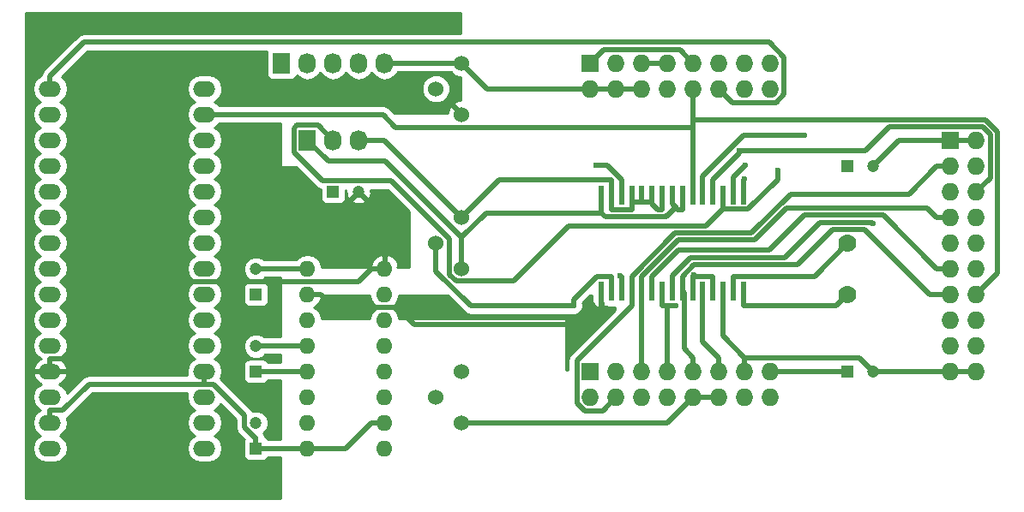
<source format=gtl>
G04 #@! TF.FileFunction,Copper,L1,Top,Signal*
%FSLAX46Y46*%
G04 Gerber Fmt 4.6, Leading zero omitted, Abs format (unit mm)*
G04 Created by KiCad (PCBNEW 4.0.5) date 12/27/16 23:39:24*
%MOMM*%
%LPD*%
G01*
G04 APERTURE LIST*
%ADD10C,0.100000*%
%ADD11R,1.200000X1.200000*%
%ADD12C,1.200000*%
%ADD13O,2.199640X1.524000*%
%ADD14O,2.197100X1.524000*%
%ADD15R,1.727200X2.032000*%
%ADD16O,1.727200X2.032000*%
%ADD17R,1.727200X1.727200*%
%ADD18O,1.727200X1.727200*%
%ADD19C,1.524000*%
%ADD20O,1.600000X1.600000*%
%ADD21R,0.550000X1.925000*%
%ADD22C,1.778000*%
%ADD23C,0.600000*%
%ADD24C,0.500000*%
%ADD25C,0.254000*%
G04 APERTURE END LIST*
D10*
D11*
X73660000Y-68580000D03*
D12*
X73660000Y-66080000D03*
D11*
X73660000Y-76200000D03*
D12*
X73660000Y-73700000D03*
D11*
X81280000Y-58420000D03*
D12*
X83780000Y-58420000D03*
D11*
X73660000Y-83820000D03*
D12*
X73660000Y-81320000D03*
D11*
X132080000Y-55880000D03*
D12*
X134580000Y-55880000D03*
D11*
X132080000Y-76200000D03*
D12*
X134580000Y-76200000D03*
D13*
X68580000Y-83820000D03*
X68580000Y-81280000D03*
X68580000Y-78740000D03*
X68580000Y-76200000D03*
X68580000Y-73660000D03*
X68580000Y-71120000D03*
X68580000Y-68580000D03*
X68580000Y-66040000D03*
X68580000Y-63500000D03*
X68580000Y-60960000D03*
X68580000Y-58420000D03*
X68580000Y-55880000D03*
X68580000Y-53340000D03*
X68580000Y-50800000D03*
X68580000Y-48260000D03*
X53340000Y-48260000D03*
X53340000Y-50800000D03*
X53340000Y-53340000D03*
X53340000Y-55880000D03*
D14*
X53340000Y-58420000D03*
X53340000Y-60960000D03*
X53340000Y-63500000D03*
X53340000Y-66040000D03*
X53340000Y-68580000D03*
X53340000Y-71120000D03*
X53340000Y-73660000D03*
X53340000Y-76200000D03*
X53340000Y-78740000D03*
X53340000Y-81280000D03*
X53340000Y-83820000D03*
D15*
X78740000Y-53340000D03*
D16*
X81280000Y-53340000D03*
X83820000Y-53340000D03*
D17*
X142240000Y-53340000D03*
D18*
X144780000Y-53340000D03*
X142240000Y-55880000D03*
X144780000Y-55880000D03*
X142240000Y-58420000D03*
X144780000Y-58420000D03*
X142240000Y-60960000D03*
X144780000Y-60960000D03*
X142240000Y-63500000D03*
X144780000Y-63500000D03*
X142240000Y-66040000D03*
X144780000Y-66040000D03*
X142240000Y-68580000D03*
X144780000Y-68580000D03*
X142240000Y-71120000D03*
X144780000Y-71120000D03*
X142240000Y-73660000D03*
X144780000Y-73660000D03*
X142240000Y-76200000D03*
X144780000Y-76200000D03*
D15*
X76200000Y-45720000D03*
D16*
X78740000Y-45720000D03*
X81280000Y-45720000D03*
X83820000Y-45720000D03*
X86360000Y-45720000D03*
D17*
X106680000Y-76200000D03*
D18*
X106680000Y-78740000D03*
X109220000Y-76200000D03*
X109220000Y-78740000D03*
X111760000Y-76200000D03*
X111760000Y-78740000D03*
X114300000Y-76200000D03*
X114300000Y-78740000D03*
X116840000Y-76200000D03*
X116840000Y-78740000D03*
X119380000Y-76200000D03*
X119380000Y-78740000D03*
X121920000Y-76200000D03*
X121920000Y-78740000D03*
X124460000Y-76200000D03*
X124460000Y-78740000D03*
D17*
X106680000Y-45720000D03*
D18*
X106680000Y-48260000D03*
X109220000Y-45720000D03*
X109220000Y-48260000D03*
X111760000Y-45720000D03*
X111760000Y-48260000D03*
X114300000Y-45720000D03*
X114300000Y-48260000D03*
X116840000Y-45720000D03*
X116840000Y-48260000D03*
X119380000Y-45720000D03*
X119380000Y-48260000D03*
X121920000Y-45720000D03*
X121920000Y-48260000D03*
X124460000Y-45720000D03*
X124460000Y-48260000D03*
D19*
X91440000Y-48260000D03*
X93980000Y-45720000D03*
X93980000Y-50800000D03*
X91440000Y-63500000D03*
X93980000Y-60960000D03*
X93980000Y-66040000D03*
X91440000Y-78740000D03*
X93980000Y-76200000D03*
X93980000Y-81280000D03*
D20*
X78740000Y-66040000D03*
X78740000Y-68580000D03*
X78740000Y-71120000D03*
X78740000Y-73660000D03*
X78740000Y-76200000D03*
X78740000Y-78740000D03*
X78740000Y-81280000D03*
X78740000Y-83820000D03*
X86360000Y-83820000D03*
X86360000Y-81280000D03*
X86360000Y-78740000D03*
X86360000Y-76200000D03*
X86360000Y-73660000D03*
X86360000Y-71120000D03*
X86360000Y-68580000D03*
X86360000Y-66040000D03*
D21*
X107760000Y-68250000D03*
X108760000Y-68250000D03*
X109760000Y-68250000D03*
X110760000Y-68250000D03*
X111760000Y-68250000D03*
X112760000Y-68250000D03*
X113760000Y-68250000D03*
X114760000Y-68250000D03*
X115760000Y-68250000D03*
X116760000Y-68250000D03*
X117760000Y-68250000D03*
X118760000Y-68250000D03*
X119760000Y-68250000D03*
X120760000Y-68250000D03*
X121760000Y-68250000D03*
X121760000Y-58750000D03*
X120760000Y-58750000D03*
X119760000Y-58750000D03*
X118760000Y-58750000D03*
X117760000Y-58750000D03*
X116760000Y-58750000D03*
X115760000Y-58750000D03*
X114760000Y-58750000D03*
X113760000Y-58750000D03*
X112760000Y-58750000D03*
X111760000Y-58750000D03*
X110760000Y-58750000D03*
X109760000Y-58750000D03*
X108760000Y-58750000D03*
X107760000Y-58750000D03*
D22*
X132080000Y-63500000D03*
X132080000Y-68580000D03*
D23*
X106680000Y-71563000D03*
X109610200Y-66758500D03*
X127817600Y-52859100D03*
X121400600Y-54408700D03*
X116919300Y-66684100D03*
X114220200Y-60832200D03*
X125196000Y-56285400D03*
X115070100Y-69726500D03*
X134593200Y-61556100D03*
X105004700Y-69712500D03*
X107202500Y-55850700D03*
X121992000Y-55779300D03*
X121862000Y-57185500D03*
D24*
X73700000Y-66040000D02*
X73660000Y-66080000D01*
X78740000Y-66040000D02*
X73700000Y-66040000D01*
X78740000Y-76200000D02*
X73660000Y-76200000D01*
X73700000Y-73660000D02*
X73660000Y-73700000D01*
X78740000Y-73660000D02*
X73700000Y-73660000D01*
X107760000Y-70483000D02*
X106680000Y-71563000D01*
X107760000Y-68250000D02*
X107760000Y-70483000D01*
X89323400Y-71563000D02*
X106680000Y-71563000D01*
X87610400Y-69850000D02*
X89323400Y-71563000D01*
X81310000Y-69850000D02*
X87610400Y-69850000D01*
X80040000Y-68580000D02*
X81310000Y-69850000D01*
X78740000Y-68580000D02*
X80040000Y-68580000D01*
X86360000Y-66040000D02*
X85060000Y-66040000D01*
X53340000Y-76200000D02*
X53340000Y-74938000D01*
X83790000Y-67310000D02*
X85060000Y-66040000D01*
X62230000Y-67310000D02*
X83790000Y-67310000D01*
X54602000Y-74938000D02*
X62230000Y-67310000D01*
X53340000Y-74938000D02*
X54602000Y-74938000D01*
X112760000Y-59664100D02*
X112760000Y-59481200D01*
X113308400Y-60212500D02*
X112760000Y-59664100D01*
X113760000Y-60212500D02*
X113308400Y-60212500D01*
X109760000Y-68250000D02*
X109760000Y-66787500D01*
X109639200Y-66787500D02*
X109610200Y-66758500D01*
X109760000Y-66787500D02*
X109639200Y-66787500D01*
X108760000Y-58750000D02*
X108760000Y-57287500D01*
X97652500Y-57287500D02*
X93980000Y-60960000D01*
X108760000Y-57287500D02*
X97652500Y-57287500D01*
X108760000Y-59481200D02*
X108760000Y-58750000D01*
X108760000Y-59481200D02*
X108760000Y-60212500D01*
X133216400Y-74836400D02*
X134580000Y-76200000D01*
X121920000Y-74836400D02*
X133216400Y-74836400D01*
X119760000Y-72676400D02*
X121920000Y-74836400D01*
X119760000Y-69712500D02*
X119760000Y-72676400D01*
X121920000Y-76200000D02*
X121920000Y-74836400D01*
X110760000Y-59481200D02*
X110760000Y-60212500D01*
X110760000Y-58750000D02*
X110760000Y-59481200D01*
X110760000Y-59481200D02*
X111760000Y-59481200D01*
X108760000Y-60212500D02*
X110760000Y-60212500D01*
X134580000Y-76200000D02*
X140876400Y-76200000D01*
X142240000Y-76200000D02*
X140876400Y-76200000D01*
X111760000Y-58750000D02*
X111760000Y-59481200D01*
X111760000Y-59481200D02*
X112760000Y-59481200D01*
X86360000Y-53340000D02*
X83820000Y-53340000D01*
X93980000Y-60960000D02*
X86360000Y-53340000D01*
X113760000Y-58750000D02*
X113760000Y-60212500D01*
X112760000Y-58750000D02*
X112760000Y-59481200D01*
X53340000Y-81280000D02*
X53340000Y-80018000D01*
X57158000Y-77462000D02*
X68580000Y-77462000D01*
X54602000Y-80018000D02*
X57158000Y-77462000D01*
X53340000Y-80018000D02*
X54602000Y-80018000D01*
X68580000Y-76200000D02*
X68580000Y-77462000D01*
X73660000Y-83820000D02*
X73660000Y-82720000D01*
X69440800Y-77462000D02*
X68580000Y-77462000D01*
X72560000Y-80581200D02*
X69440800Y-77462000D01*
X72560000Y-81757600D02*
X72560000Y-80581200D01*
X73522400Y-82720000D02*
X72560000Y-81757600D01*
X73660000Y-82720000D02*
X73522400Y-82720000D01*
X78740000Y-83820000D02*
X73660000Y-83820000D01*
X137120000Y-53340000D02*
X140876400Y-53340000D01*
X134580000Y-55880000D02*
X137120000Y-53340000D01*
X142240000Y-53340000D02*
X140876400Y-53340000D01*
X109220000Y-48260000D02*
X106680000Y-48260000D01*
X111760000Y-48260000D02*
X109220000Y-48260000D01*
X119760000Y-68250000D02*
X119760000Y-69712500D01*
X96520000Y-48260000D02*
X106680000Y-48260000D01*
X93980000Y-45720000D02*
X96520000Y-48260000D01*
X144780000Y-53340000D02*
X142240000Y-53340000D01*
X144780000Y-76200000D02*
X142240000Y-76200000D01*
X114300000Y-45720000D02*
X111760000Y-45720000D01*
X93980000Y-45720000D02*
X86360000Y-45720000D01*
X86360000Y-81280000D02*
X85060000Y-81280000D01*
X82520000Y-83820000D02*
X78740000Y-83820000D01*
X85060000Y-81280000D02*
X82520000Y-83820000D01*
X120760000Y-68250000D02*
X120760000Y-66787500D01*
X128792500Y-66787500D02*
X120760000Y-66787500D01*
X132080000Y-63500000D02*
X128792500Y-66787500D01*
X124460000Y-76200000D02*
X132080000Y-76200000D01*
X121760000Y-68250000D02*
X121760000Y-69712500D01*
X130947500Y-69712500D02*
X132080000Y-68580000D01*
X121760000Y-69712500D02*
X130947500Y-69712500D01*
X146865900Y-66494100D02*
X144780000Y-68580000D01*
X146865900Y-52480200D02*
X146865900Y-66494100D01*
X145677300Y-51291600D02*
X146865900Y-52480200D01*
X116840000Y-51291600D02*
X145677300Y-51291600D01*
X116760000Y-51371600D02*
X116840000Y-51291600D01*
X116760000Y-52053300D02*
X116760000Y-51371600D01*
X116840000Y-51291600D02*
X116840000Y-49423600D01*
X116840000Y-48260000D02*
X116840000Y-49423600D01*
X116760000Y-52053300D02*
X116760000Y-57287500D01*
X87464200Y-52053300D02*
X116760000Y-52053300D01*
X86210900Y-50800000D02*
X87464200Y-52053300D01*
X68580000Y-50800000D02*
X86210900Y-50800000D01*
X116760000Y-58750000D02*
X116760000Y-57287500D01*
X117760000Y-56891600D02*
X117760000Y-57287500D01*
X121792500Y-52859100D02*
X117760000Y-56891600D01*
X127817600Y-52859100D02*
X121792500Y-52859100D01*
X117760000Y-58750000D02*
X117760000Y-57287500D01*
X121400600Y-54646900D02*
X118760000Y-57287500D01*
X121400600Y-54408700D02*
X121400600Y-54646900D01*
X133812300Y-54408700D02*
X121400600Y-54408700D01*
X136197400Y-52023600D02*
X133812300Y-54408700D01*
X145389000Y-52023600D02*
X136197400Y-52023600D01*
X146143600Y-52778200D02*
X145389000Y-52023600D01*
X146143600Y-57056400D02*
X146143600Y-52778200D01*
X144780000Y-58420000D02*
X146143600Y-57056400D01*
X118760000Y-58750000D02*
X118760000Y-57287500D01*
X56679600Y-43658400D02*
X53340000Y-46998000D01*
X124305500Y-43658400D02*
X56679600Y-43658400D01*
X125815900Y-45168800D02*
X124305500Y-43658400D01*
X125815900Y-48778800D02*
X125815900Y-45168800D01*
X124982800Y-49611900D02*
X125815900Y-48778800D01*
X120731900Y-49611900D02*
X124982800Y-49611900D01*
X119380000Y-48260000D02*
X120731900Y-49611900D01*
X53340000Y-48260000D02*
X53340000Y-46998000D01*
X118760000Y-68250000D02*
X118760000Y-66787500D01*
X117022700Y-66787500D02*
X116919300Y-66684100D01*
X118760000Y-66787500D02*
X117022700Y-66787500D01*
X115308400Y-60212500D02*
X115760000Y-60212500D01*
X115074200Y-59978200D02*
X115308400Y-60212500D01*
X114760000Y-59664100D02*
X115074200Y-59978200D01*
X114760000Y-59481200D02*
X114760000Y-59664100D01*
X114220200Y-60832200D02*
X115074200Y-59978200D01*
X114138500Y-60913900D02*
X114220200Y-60832200D01*
X108149000Y-60913900D02*
X114138500Y-60913900D01*
X107760000Y-60524900D02*
X108149000Y-60913900D01*
X116815900Y-66787500D02*
X116760000Y-66787500D01*
X116919300Y-66684100D02*
X116815900Y-66787500D01*
X116760000Y-68250000D02*
X116760000Y-66787500D01*
X96420900Y-60524900D02*
X93980000Y-62965800D01*
X107760000Y-60524900D02*
X96420900Y-60524900D01*
X107760000Y-60212500D02*
X107760000Y-60524900D01*
X80814600Y-55414600D02*
X78740000Y-53340000D01*
X86428800Y-55414600D02*
X80814600Y-55414600D01*
X93980000Y-62965800D02*
X86428800Y-55414600D01*
X93980000Y-66040000D02*
X93980000Y-62965800D01*
X107760000Y-58750000D02*
X107760000Y-60212500D01*
X116840000Y-78740000D02*
X118016400Y-78740000D01*
X114300000Y-81280000D02*
X116840000Y-78740000D01*
X93980000Y-81280000D02*
X114300000Y-81280000D01*
X119380000Y-78740000D02*
X118016400Y-78740000D01*
X108014000Y-44386000D02*
X106680000Y-45720000D01*
X115506000Y-44386000D02*
X108014000Y-44386000D01*
X116840000Y-45720000D02*
X115506000Y-44386000D01*
X115760000Y-58750000D02*
X115760000Y-60212500D01*
X114760000Y-58750000D02*
X114760000Y-59481200D01*
X118102300Y-61820400D02*
X119760000Y-60162700D01*
X104552700Y-61820400D02*
X118102300Y-61820400D01*
X99109800Y-67263300D02*
X104552700Y-61820400D01*
X93415400Y-67263300D02*
X99109800Y-67263300D01*
X92767600Y-66615500D02*
X93415400Y-67263300D01*
X92767600Y-63106800D02*
X92767600Y-66615500D01*
X87024700Y-57363900D02*
X92767600Y-63106800D01*
X80247400Y-57363900D02*
X87024700Y-57363900D01*
X77418800Y-54535300D02*
X80247400Y-57363900D01*
X77418800Y-52141000D02*
X77418800Y-54535300D01*
X77686200Y-51873600D02*
X77418800Y-52141000D01*
X79813600Y-51873600D02*
X77686200Y-51873600D01*
X81280000Y-53340000D02*
X79813600Y-51873600D01*
X125196000Y-57220100D02*
X125196000Y-56285400D01*
X122253200Y-60162900D02*
X125196000Y-57220100D01*
X119760200Y-60162900D02*
X122253200Y-60162900D01*
X119760000Y-60162700D02*
X119760200Y-60162900D01*
X119760000Y-60012500D02*
X119760000Y-60162700D01*
X119760000Y-58750000D02*
X119760000Y-60012500D01*
X115026800Y-62520700D02*
X110760000Y-66787500D01*
X122578700Y-62520700D02*
X115026800Y-62520700D01*
X126444500Y-58654900D02*
X122578700Y-62520700D01*
X138101500Y-58654900D02*
X126444500Y-58654900D01*
X140876400Y-55880000D02*
X138101500Y-58654900D01*
X105336600Y-75135900D02*
X110760000Y-69712500D01*
X105336600Y-79322100D02*
X105336600Y-75135900D01*
X106102800Y-80088300D02*
X105336600Y-79322100D01*
X107871700Y-80088300D02*
X106102800Y-80088300D01*
X109220000Y-78740000D02*
X107871700Y-80088300D01*
X142240000Y-55880000D02*
X140876400Y-55880000D01*
X110760000Y-68250000D02*
X110760000Y-66787500D01*
X110760000Y-68981200D02*
X110760000Y-68250000D01*
X110760000Y-68981200D02*
X110760000Y-69712500D01*
X113760000Y-68250000D02*
X113760000Y-69712500D01*
X114300000Y-69726500D02*
X114300000Y-74836400D01*
X114286000Y-69712500D02*
X114300000Y-69726500D01*
X113760000Y-69712500D02*
X114286000Y-69712500D01*
X114300000Y-69726500D02*
X115070100Y-69726500D01*
X114300000Y-76200000D02*
X114300000Y-74836400D01*
X115326500Y-63221000D02*
X111760000Y-66787500D01*
X122868900Y-63221000D02*
X115326500Y-63221000D01*
X126059900Y-60030000D02*
X122868900Y-63221000D01*
X139946400Y-60030000D02*
X126059900Y-60030000D01*
X140876400Y-60960000D02*
X139946400Y-60030000D01*
X111760000Y-68250000D02*
X111760000Y-66787500D01*
X111760000Y-68250000D02*
X111760000Y-76200000D01*
X142240000Y-60960000D02*
X140876400Y-60960000D01*
X114760000Y-66732200D02*
X114760000Y-68250000D01*
X116568700Y-64923500D02*
X114760000Y-66732200D01*
X125838800Y-64923500D02*
X116568700Y-64923500D01*
X129306200Y-61456100D02*
X125838800Y-64923500D01*
X134493200Y-61456100D02*
X129306200Y-61456100D01*
X134593200Y-61556100D02*
X134493200Y-61456100D01*
X115324300Y-64223200D02*
X112760000Y-66787500D01*
X124347900Y-64223200D02*
X115324300Y-64223200D01*
X127820000Y-60751100D02*
X124347900Y-64223200D01*
X135587500Y-60751100D02*
X127820000Y-60751100D01*
X140876400Y-66040000D02*
X135587500Y-60751100D01*
X142240000Y-66040000D02*
X140876400Y-66040000D01*
X112760000Y-68250000D02*
X112760000Y-66787500D01*
X115760000Y-66782300D02*
X115760000Y-66787500D01*
X116918500Y-65623800D02*
X115760000Y-66782300D01*
X127119500Y-65623800D02*
X116918500Y-65623800D01*
X130584800Y-62158500D02*
X127119500Y-65623800D01*
X133732400Y-62158500D02*
X130584800Y-62158500D01*
X140153900Y-68580000D02*
X133732400Y-62158500D01*
X140876400Y-68580000D02*
X140153900Y-68580000D01*
X115760000Y-68250000D02*
X115760000Y-66787500D01*
X115930100Y-68420100D02*
X115760000Y-68250000D01*
X115930100Y-73926500D02*
X115930100Y-68420100D01*
X116840000Y-74836400D02*
X115930100Y-73926500D01*
X142240000Y-68580000D02*
X140876400Y-68580000D01*
X116840000Y-76200000D02*
X116840000Y-74836400D01*
X108760000Y-68250000D02*
X108760000Y-66787500D01*
X105004700Y-69099000D02*
X105004700Y-69712500D01*
X107316200Y-66787500D02*
X105004700Y-69099000D01*
X108760000Y-66787500D02*
X107316200Y-66787500D01*
X91440000Y-66278400D02*
X91440000Y-63500000D01*
X94874100Y-69712500D02*
X91440000Y-66278400D01*
X105004700Y-69712500D02*
X94874100Y-69712500D01*
X119380000Y-76200000D02*
X119380000Y-74836400D01*
X117760000Y-73216400D02*
X119380000Y-74836400D01*
X117760000Y-68250000D02*
X117760000Y-73216400D01*
X108323900Y-55850700D02*
X107202500Y-55850700D01*
X109760000Y-57286800D02*
X108323900Y-55850700D01*
X109760000Y-58750000D02*
X109760000Y-57286800D01*
X120760000Y-57011300D02*
X121992000Y-55779300D01*
X120760000Y-58750000D02*
X120760000Y-57011300D01*
X121760000Y-57287500D02*
X121862000Y-57185500D01*
X121760000Y-58750000D02*
X121760000Y-57287500D01*
D25*
G36*
X93853000Y-42773400D02*
X56679605Y-42773400D01*
X56679600Y-42773399D01*
X56340926Y-42840766D01*
X56340924Y-42840767D01*
X56340925Y-42840767D01*
X56053810Y-43032610D01*
X56053808Y-43032613D01*
X52714210Y-46372210D01*
X52522367Y-46659325D01*
X52522367Y-46659326D01*
X52461817Y-46963724D01*
X52433584Y-46969340D01*
X51980365Y-47272172D01*
X51677533Y-47725391D01*
X51571193Y-48260000D01*
X51677533Y-48794609D01*
X51980365Y-49247828D01*
X52402664Y-49530000D01*
X51980365Y-49812172D01*
X51677533Y-50265391D01*
X51571193Y-50800000D01*
X51677533Y-51334609D01*
X51980365Y-51787828D01*
X52402664Y-52070000D01*
X51980365Y-52352172D01*
X51677533Y-52805391D01*
X51571193Y-53340000D01*
X51677533Y-53874609D01*
X51980365Y-54327828D01*
X52402664Y-54610000D01*
X51980365Y-54892172D01*
X51677533Y-55345391D01*
X51571193Y-55880000D01*
X51677533Y-56414609D01*
X51980365Y-56867828D01*
X52403312Y-57150433D01*
X51981660Y-57432172D01*
X51678828Y-57885391D01*
X51572488Y-58420000D01*
X51678828Y-58954609D01*
X51981660Y-59407828D01*
X52403959Y-59690000D01*
X51981660Y-59972172D01*
X51678828Y-60425391D01*
X51572488Y-60960000D01*
X51678828Y-61494609D01*
X51981660Y-61947828D01*
X52403959Y-62230000D01*
X51981660Y-62512172D01*
X51678828Y-62965391D01*
X51572488Y-63500000D01*
X51678828Y-64034609D01*
X51981660Y-64487828D01*
X52403959Y-64770000D01*
X51981660Y-65052172D01*
X51678828Y-65505391D01*
X51572488Y-66040000D01*
X51678828Y-66574609D01*
X51981660Y-67027828D01*
X52403959Y-67310000D01*
X51981660Y-67592172D01*
X51678828Y-68045391D01*
X51572488Y-68580000D01*
X51678828Y-69114609D01*
X51981660Y-69567828D01*
X52403959Y-69850000D01*
X51981660Y-70132172D01*
X51678828Y-70585391D01*
X51572488Y-71120000D01*
X51678828Y-71654609D01*
X51981660Y-72107828D01*
X52403959Y-72390000D01*
X51981660Y-72672172D01*
X51678828Y-73125391D01*
X51572488Y-73660000D01*
X51678828Y-74194609D01*
X51981660Y-74647828D01*
X52416893Y-74938642D01*
X52351509Y-74957941D01*
X51925820Y-75301974D01*
X51664190Y-75782723D01*
X51649230Y-75856930D01*
X51771730Y-76073000D01*
X53213000Y-76073000D01*
X53213000Y-76053000D01*
X53467000Y-76053000D01*
X53467000Y-76073000D01*
X54908270Y-76073000D01*
X55030770Y-75856930D01*
X55015810Y-75782723D01*
X54754180Y-75301974D01*
X54328491Y-74957941D01*
X54263107Y-74938642D01*
X54698340Y-74647828D01*
X55001172Y-74194609D01*
X55107512Y-73660000D01*
X55001172Y-73125391D01*
X54698340Y-72672172D01*
X54276041Y-72390000D01*
X54698340Y-72107828D01*
X55001172Y-71654609D01*
X55107512Y-71120000D01*
X55001172Y-70585391D01*
X54698340Y-70132172D01*
X54276041Y-69850000D01*
X54698340Y-69567828D01*
X55001172Y-69114609D01*
X55107512Y-68580000D01*
X55001172Y-68045391D01*
X54698340Y-67592172D01*
X54276041Y-67310000D01*
X54698340Y-67027828D01*
X55001172Y-66574609D01*
X55107512Y-66040000D01*
X55001172Y-65505391D01*
X54698340Y-65052172D01*
X54276041Y-64770000D01*
X54698340Y-64487828D01*
X55001172Y-64034609D01*
X55107512Y-63500000D01*
X55001172Y-62965391D01*
X54698340Y-62512172D01*
X54276041Y-62230000D01*
X54698340Y-61947828D01*
X55001172Y-61494609D01*
X55107512Y-60960000D01*
X55001172Y-60425391D01*
X54698340Y-59972172D01*
X54276041Y-59690000D01*
X54698340Y-59407828D01*
X55001172Y-58954609D01*
X55107512Y-58420000D01*
X55001172Y-57885391D01*
X54698340Y-57432172D01*
X54276688Y-57150433D01*
X54699635Y-56867828D01*
X55002467Y-56414609D01*
X55108807Y-55880000D01*
X55002467Y-55345391D01*
X54699635Y-54892172D01*
X54277336Y-54610000D01*
X54699635Y-54327828D01*
X55002467Y-53874609D01*
X55108807Y-53340000D01*
X55002467Y-52805391D01*
X54699635Y-52352172D01*
X54277336Y-52070000D01*
X54699635Y-51787828D01*
X55002467Y-51334609D01*
X55108807Y-50800000D01*
X55002467Y-50265391D01*
X54699635Y-49812172D01*
X54277336Y-49530000D01*
X54699635Y-49247828D01*
X55002467Y-48794609D01*
X55108807Y-48260000D01*
X55002467Y-47725391D01*
X54699635Y-47272172D01*
X54470507Y-47119073D01*
X57046179Y-44543400D01*
X74721482Y-44543400D01*
X74688960Y-44704000D01*
X74688960Y-46736000D01*
X74733238Y-46971317D01*
X74872310Y-47187441D01*
X75084510Y-47332431D01*
X75336400Y-47383440D01*
X77063600Y-47383440D01*
X77298917Y-47339162D01*
X77515041Y-47200090D01*
X77660031Y-46987890D01*
X77668400Y-46946561D01*
X77680330Y-46964415D01*
X78166511Y-47289271D01*
X78740000Y-47403345D01*
X79313489Y-47289271D01*
X79799670Y-46964415D01*
X80010000Y-46649634D01*
X80220330Y-46964415D01*
X80706511Y-47289271D01*
X81280000Y-47403345D01*
X81853489Y-47289271D01*
X82339670Y-46964415D01*
X82550000Y-46649634D01*
X82760330Y-46964415D01*
X83246511Y-47289271D01*
X83820000Y-47403345D01*
X84393489Y-47289271D01*
X84879670Y-46964415D01*
X85090000Y-46649634D01*
X85300330Y-46964415D01*
X85786511Y-47289271D01*
X86360000Y-47403345D01*
X86933489Y-47289271D01*
X87419670Y-46964415D01*
X87659824Y-46605000D01*
X92889522Y-46605000D01*
X93187630Y-46903629D01*
X93700900Y-47116757D01*
X93853000Y-47116890D01*
X93853000Y-49407608D01*
X93632632Y-49418638D01*
X93248857Y-49577603D01*
X93179392Y-49819787D01*
X93853000Y-50493395D01*
X93853000Y-50673000D01*
X93673395Y-50673000D01*
X92999787Y-49999392D01*
X92757603Y-50068857D01*
X92570856Y-50592302D01*
X92574895Y-50673000D01*
X87335479Y-50673000D01*
X86836690Y-50174210D01*
X86679017Y-50068857D01*
X86549575Y-49982367D01*
X86493384Y-49971190D01*
X86210900Y-49914999D01*
X86210895Y-49915000D01*
X70008343Y-49915000D01*
X69939635Y-49812172D01*
X69517336Y-49530000D01*
X69939635Y-49247828D01*
X70242467Y-48794609D01*
X70293775Y-48536661D01*
X90042758Y-48536661D01*
X90254990Y-49050303D01*
X90647630Y-49443629D01*
X91160900Y-49656757D01*
X91716661Y-49657242D01*
X92230303Y-49445010D01*
X92623629Y-49052370D01*
X92836757Y-48539100D01*
X92837242Y-47983339D01*
X92625010Y-47469697D01*
X92232370Y-47076371D01*
X91719100Y-46863243D01*
X91163339Y-46862758D01*
X90649697Y-47074990D01*
X90256371Y-47467630D01*
X90043243Y-47980900D01*
X90042758Y-48536661D01*
X70293775Y-48536661D01*
X70348807Y-48260000D01*
X70242467Y-47725391D01*
X69939635Y-47272172D01*
X69486416Y-46969340D01*
X68951807Y-46863000D01*
X68208193Y-46863000D01*
X67673584Y-46969340D01*
X67220365Y-47272172D01*
X66917533Y-47725391D01*
X66811193Y-48260000D01*
X66917533Y-48794609D01*
X67220365Y-49247828D01*
X67642664Y-49530000D01*
X67220365Y-49812172D01*
X66917533Y-50265391D01*
X66811193Y-50800000D01*
X66917533Y-51334609D01*
X67220365Y-51787828D01*
X67642664Y-52070000D01*
X67220365Y-52352172D01*
X66917533Y-52805391D01*
X66811193Y-53340000D01*
X66917533Y-53874609D01*
X67220365Y-54327828D01*
X67642664Y-54610000D01*
X67220365Y-54892172D01*
X66917533Y-55345391D01*
X66811193Y-55880000D01*
X66917533Y-56414609D01*
X67220365Y-56867828D01*
X67642664Y-57150000D01*
X67220365Y-57432172D01*
X66917533Y-57885391D01*
X66811193Y-58420000D01*
X66917533Y-58954609D01*
X67220365Y-59407828D01*
X67642664Y-59690000D01*
X67220365Y-59972172D01*
X66917533Y-60425391D01*
X66811193Y-60960000D01*
X66917533Y-61494609D01*
X67220365Y-61947828D01*
X67642664Y-62230000D01*
X67220365Y-62512172D01*
X66917533Y-62965391D01*
X66811193Y-63500000D01*
X66917533Y-64034609D01*
X67220365Y-64487828D01*
X67642664Y-64770000D01*
X67220365Y-65052172D01*
X66917533Y-65505391D01*
X66811193Y-66040000D01*
X66917533Y-66574609D01*
X67220365Y-67027828D01*
X67642664Y-67310000D01*
X67220365Y-67592172D01*
X66917533Y-68045391D01*
X66811193Y-68580000D01*
X66917533Y-69114609D01*
X67220365Y-69567828D01*
X67642664Y-69850000D01*
X67220365Y-70132172D01*
X66917533Y-70585391D01*
X66811193Y-71120000D01*
X66917533Y-71654609D01*
X67220365Y-72107828D01*
X67642664Y-72390000D01*
X67220365Y-72672172D01*
X66917533Y-73125391D01*
X66811193Y-73660000D01*
X66917533Y-74194609D01*
X67220365Y-74647828D01*
X67642664Y-74930000D01*
X67220365Y-75212172D01*
X66917533Y-75665391D01*
X66811193Y-76200000D01*
X66886183Y-76577000D01*
X57158005Y-76577000D01*
X57158000Y-76576999D01*
X56875516Y-76633190D01*
X56819325Y-76644367D01*
X56532210Y-76836210D01*
X56532208Y-76836213D01*
X55028026Y-78340395D01*
X55001172Y-78205391D01*
X54698340Y-77752172D01*
X54263107Y-77461358D01*
X54328491Y-77442059D01*
X54754180Y-77098026D01*
X55015810Y-76617277D01*
X55030770Y-76543070D01*
X54908270Y-76327000D01*
X53467000Y-76327000D01*
X53467000Y-76347000D01*
X53213000Y-76347000D01*
X53213000Y-76327000D01*
X51771730Y-76327000D01*
X51649230Y-76543070D01*
X51664190Y-76617277D01*
X51925820Y-77098026D01*
X52351509Y-77442059D01*
X52416893Y-77461358D01*
X51981660Y-77752172D01*
X51678828Y-78205391D01*
X51572488Y-78740000D01*
X51678828Y-79274609D01*
X51981660Y-79727828D01*
X52403959Y-80010000D01*
X51981660Y-80292172D01*
X51678828Y-80745391D01*
X51572488Y-81280000D01*
X51678828Y-81814609D01*
X51981660Y-82267828D01*
X52403959Y-82550000D01*
X51981660Y-82832172D01*
X51678828Y-83285391D01*
X51572488Y-83820000D01*
X51678828Y-84354609D01*
X51981660Y-84807828D01*
X52434879Y-85110660D01*
X52969488Y-85217000D01*
X53710512Y-85217000D01*
X54245121Y-85110660D01*
X54698340Y-84807828D01*
X55001172Y-84354609D01*
X55107512Y-83820000D01*
X55001172Y-83285391D01*
X54698340Y-82832172D01*
X54276041Y-82550000D01*
X54698340Y-82267828D01*
X55001172Y-81814609D01*
X55107512Y-81280000D01*
X55009919Y-80789366D01*
X55227790Y-80643790D01*
X57524579Y-78347000D01*
X66889365Y-78347000D01*
X66811193Y-78740000D01*
X66917533Y-79274609D01*
X67220365Y-79727828D01*
X67642664Y-80010000D01*
X67220365Y-80292172D01*
X66917533Y-80745391D01*
X66811193Y-81280000D01*
X66917533Y-81814609D01*
X67220365Y-82267828D01*
X67642664Y-82550000D01*
X67220365Y-82832172D01*
X66917533Y-83285391D01*
X66811193Y-83820000D01*
X66917533Y-84354609D01*
X67220365Y-84807828D01*
X67673584Y-85110660D01*
X68208193Y-85217000D01*
X68951807Y-85217000D01*
X69486416Y-85110660D01*
X69939635Y-84807828D01*
X70242467Y-84354609D01*
X70348807Y-83820000D01*
X70242467Y-83285391D01*
X69939635Y-82832172D01*
X69517336Y-82550000D01*
X69939635Y-82267828D01*
X70242467Y-81814609D01*
X70348807Y-81280000D01*
X70242467Y-80745391D01*
X69939635Y-80292172D01*
X69517336Y-80010000D01*
X69939635Y-79727828D01*
X70146081Y-79418861D01*
X71675000Y-80947779D01*
X71675000Y-81757595D01*
X71674999Y-81757600D01*
X71703796Y-81902367D01*
X71742367Y-82096275D01*
X71874948Y-82294698D01*
X71934210Y-82383390D01*
X72486041Y-82935221D01*
X72463569Y-82968110D01*
X72412560Y-83220000D01*
X72412560Y-84420000D01*
X72456838Y-84655317D01*
X72595910Y-84871441D01*
X72808110Y-85016431D01*
X73060000Y-85067440D01*
X74260000Y-85067440D01*
X74495317Y-85023162D01*
X74711441Y-84884090D01*
X74833808Y-84705000D01*
X76073000Y-84705000D01*
X76073000Y-88773000D01*
X50927000Y-88773000D01*
X50927000Y-40767000D01*
X93853000Y-40767000D01*
X93853000Y-42773400D01*
X93853000Y-42773400D01*
G37*
X93853000Y-42773400D02*
X56679605Y-42773400D01*
X56679600Y-42773399D01*
X56340926Y-42840766D01*
X56340924Y-42840767D01*
X56340925Y-42840767D01*
X56053810Y-43032610D01*
X56053808Y-43032613D01*
X52714210Y-46372210D01*
X52522367Y-46659325D01*
X52522367Y-46659326D01*
X52461817Y-46963724D01*
X52433584Y-46969340D01*
X51980365Y-47272172D01*
X51677533Y-47725391D01*
X51571193Y-48260000D01*
X51677533Y-48794609D01*
X51980365Y-49247828D01*
X52402664Y-49530000D01*
X51980365Y-49812172D01*
X51677533Y-50265391D01*
X51571193Y-50800000D01*
X51677533Y-51334609D01*
X51980365Y-51787828D01*
X52402664Y-52070000D01*
X51980365Y-52352172D01*
X51677533Y-52805391D01*
X51571193Y-53340000D01*
X51677533Y-53874609D01*
X51980365Y-54327828D01*
X52402664Y-54610000D01*
X51980365Y-54892172D01*
X51677533Y-55345391D01*
X51571193Y-55880000D01*
X51677533Y-56414609D01*
X51980365Y-56867828D01*
X52403312Y-57150433D01*
X51981660Y-57432172D01*
X51678828Y-57885391D01*
X51572488Y-58420000D01*
X51678828Y-58954609D01*
X51981660Y-59407828D01*
X52403959Y-59690000D01*
X51981660Y-59972172D01*
X51678828Y-60425391D01*
X51572488Y-60960000D01*
X51678828Y-61494609D01*
X51981660Y-61947828D01*
X52403959Y-62230000D01*
X51981660Y-62512172D01*
X51678828Y-62965391D01*
X51572488Y-63500000D01*
X51678828Y-64034609D01*
X51981660Y-64487828D01*
X52403959Y-64770000D01*
X51981660Y-65052172D01*
X51678828Y-65505391D01*
X51572488Y-66040000D01*
X51678828Y-66574609D01*
X51981660Y-67027828D01*
X52403959Y-67310000D01*
X51981660Y-67592172D01*
X51678828Y-68045391D01*
X51572488Y-68580000D01*
X51678828Y-69114609D01*
X51981660Y-69567828D01*
X52403959Y-69850000D01*
X51981660Y-70132172D01*
X51678828Y-70585391D01*
X51572488Y-71120000D01*
X51678828Y-71654609D01*
X51981660Y-72107828D01*
X52403959Y-72390000D01*
X51981660Y-72672172D01*
X51678828Y-73125391D01*
X51572488Y-73660000D01*
X51678828Y-74194609D01*
X51981660Y-74647828D01*
X52416893Y-74938642D01*
X52351509Y-74957941D01*
X51925820Y-75301974D01*
X51664190Y-75782723D01*
X51649230Y-75856930D01*
X51771730Y-76073000D01*
X53213000Y-76073000D01*
X53213000Y-76053000D01*
X53467000Y-76053000D01*
X53467000Y-76073000D01*
X54908270Y-76073000D01*
X55030770Y-75856930D01*
X55015810Y-75782723D01*
X54754180Y-75301974D01*
X54328491Y-74957941D01*
X54263107Y-74938642D01*
X54698340Y-74647828D01*
X55001172Y-74194609D01*
X55107512Y-73660000D01*
X55001172Y-73125391D01*
X54698340Y-72672172D01*
X54276041Y-72390000D01*
X54698340Y-72107828D01*
X55001172Y-71654609D01*
X55107512Y-71120000D01*
X55001172Y-70585391D01*
X54698340Y-70132172D01*
X54276041Y-69850000D01*
X54698340Y-69567828D01*
X55001172Y-69114609D01*
X55107512Y-68580000D01*
X55001172Y-68045391D01*
X54698340Y-67592172D01*
X54276041Y-67310000D01*
X54698340Y-67027828D01*
X55001172Y-66574609D01*
X55107512Y-66040000D01*
X55001172Y-65505391D01*
X54698340Y-65052172D01*
X54276041Y-64770000D01*
X54698340Y-64487828D01*
X55001172Y-64034609D01*
X55107512Y-63500000D01*
X55001172Y-62965391D01*
X54698340Y-62512172D01*
X54276041Y-62230000D01*
X54698340Y-61947828D01*
X55001172Y-61494609D01*
X55107512Y-60960000D01*
X55001172Y-60425391D01*
X54698340Y-59972172D01*
X54276041Y-59690000D01*
X54698340Y-59407828D01*
X55001172Y-58954609D01*
X55107512Y-58420000D01*
X55001172Y-57885391D01*
X54698340Y-57432172D01*
X54276688Y-57150433D01*
X54699635Y-56867828D01*
X55002467Y-56414609D01*
X55108807Y-55880000D01*
X55002467Y-55345391D01*
X54699635Y-54892172D01*
X54277336Y-54610000D01*
X54699635Y-54327828D01*
X55002467Y-53874609D01*
X55108807Y-53340000D01*
X55002467Y-52805391D01*
X54699635Y-52352172D01*
X54277336Y-52070000D01*
X54699635Y-51787828D01*
X55002467Y-51334609D01*
X55108807Y-50800000D01*
X55002467Y-50265391D01*
X54699635Y-49812172D01*
X54277336Y-49530000D01*
X54699635Y-49247828D01*
X55002467Y-48794609D01*
X55108807Y-48260000D01*
X55002467Y-47725391D01*
X54699635Y-47272172D01*
X54470507Y-47119073D01*
X57046179Y-44543400D01*
X74721482Y-44543400D01*
X74688960Y-44704000D01*
X74688960Y-46736000D01*
X74733238Y-46971317D01*
X74872310Y-47187441D01*
X75084510Y-47332431D01*
X75336400Y-47383440D01*
X77063600Y-47383440D01*
X77298917Y-47339162D01*
X77515041Y-47200090D01*
X77660031Y-46987890D01*
X77668400Y-46946561D01*
X77680330Y-46964415D01*
X78166511Y-47289271D01*
X78740000Y-47403345D01*
X79313489Y-47289271D01*
X79799670Y-46964415D01*
X80010000Y-46649634D01*
X80220330Y-46964415D01*
X80706511Y-47289271D01*
X81280000Y-47403345D01*
X81853489Y-47289271D01*
X82339670Y-46964415D01*
X82550000Y-46649634D01*
X82760330Y-46964415D01*
X83246511Y-47289271D01*
X83820000Y-47403345D01*
X84393489Y-47289271D01*
X84879670Y-46964415D01*
X85090000Y-46649634D01*
X85300330Y-46964415D01*
X85786511Y-47289271D01*
X86360000Y-47403345D01*
X86933489Y-47289271D01*
X87419670Y-46964415D01*
X87659824Y-46605000D01*
X92889522Y-46605000D01*
X93187630Y-46903629D01*
X93700900Y-47116757D01*
X93853000Y-47116890D01*
X93853000Y-49407608D01*
X93632632Y-49418638D01*
X93248857Y-49577603D01*
X93179392Y-49819787D01*
X93853000Y-50493395D01*
X93853000Y-50673000D01*
X93673395Y-50673000D01*
X92999787Y-49999392D01*
X92757603Y-50068857D01*
X92570856Y-50592302D01*
X92574895Y-50673000D01*
X87335479Y-50673000D01*
X86836690Y-50174210D01*
X86679017Y-50068857D01*
X86549575Y-49982367D01*
X86493384Y-49971190D01*
X86210900Y-49914999D01*
X86210895Y-49915000D01*
X70008343Y-49915000D01*
X69939635Y-49812172D01*
X69517336Y-49530000D01*
X69939635Y-49247828D01*
X70242467Y-48794609D01*
X70293775Y-48536661D01*
X90042758Y-48536661D01*
X90254990Y-49050303D01*
X90647630Y-49443629D01*
X91160900Y-49656757D01*
X91716661Y-49657242D01*
X92230303Y-49445010D01*
X92623629Y-49052370D01*
X92836757Y-48539100D01*
X92837242Y-47983339D01*
X92625010Y-47469697D01*
X92232370Y-47076371D01*
X91719100Y-46863243D01*
X91163339Y-46862758D01*
X90649697Y-47074990D01*
X90256371Y-47467630D01*
X90043243Y-47980900D01*
X90042758Y-48536661D01*
X70293775Y-48536661D01*
X70348807Y-48260000D01*
X70242467Y-47725391D01*
X69939635Y-47272172D01*
X69486416Y-46969340D01*
X68951807Y-46863000D01*
X68208193Y-46863000D01*
X67673584Y-46969340D01*
X67220365Y-47272172D01*
X66917533Y-47725391D01*
X66811193Y-48260000D01*
X66917533Y-48794609D01*
X67220365Y-49247828D01*
X67642664Y-49530000D01*
X67220365Y-49812172D01*
X66917533Y-50265391D01*
X66811193Y-50800000D01*
X66917533Y-51334609D01*
X67220365Y-51787828D01*
X67642664Y-52070000D01*
X67220365Y-52352172D01*
X66917533Y-52805391D01*
X66811193Y-53340000D01*
X66917533Y-53874609D01*
X67220365Y-54327828D01*
X67642664Y-54610000D01*
X67220365Y-54892172D01*
X66917533Y-55345391D01*
X66811193Y-55880000D01*
X66917533Y-56414609D01*
X67220365Y-56867828D01*
X67642664Y-57150000D01*
X67220365Y-57432172D01*
X66917533Y-57885391D01*
X66811193Y-58420000D01*
X66917533Y-58954609D01*
X67220365Y-59407828D01*
X67642664Y-59690000D01*
X67220365Y-59972172D01*
X66917533Y-60425391D01*
X66811193Y-60960000D01*
X66917533Y-61494609D01*
X67220365Y-61947828D01*
X67642664Y-62230000D01*
X67220365Y-62512172D01*
X66917533Y-62965391D01*
X66811193Y-63500000D01*
X66917533Y-64034609D01*
X67220365Y-64487828D01*
X67642664Y-64770000D01*
X67220365Y-65052172D01*
X66917533Y-65505391D01*
X66811193Y-66040000D01*
X66917533Y-66574609D01*
X67220365Y-67027828D01*
X67642664Y-67310000D01*
X67220365Y-67592172D01*
X66917533Y-68045391D01*
X66811193Y-68580000D01*
X66917533Y-69114609D01*
X67220365Y-69567828D01*
X67642664Y-69850000D01*
X67220365Y-70132172D01*
X66917533Y-70585391D01*
X66811193Y-71120000D01*
X66917533Y-71654609D01*
X67220365Y-72107828D01*
X67642664Y-72390000D01*
X67220365Y-72672172D01*
X66917533Y-73125391D01*
X66811193Y-73660000D01*
X66917533Y-74194609D01*
X67220365Y-74647828D01*
X67642664Y-74930000D01*
X67220365Y-75212172D01*
X66917533Y-75665391D01*
X66811193Y-76200000D01*
X66886183Y-76577000D01*
X57158005Y-76577000D01*
X57158000Y-76576999D01*
X56875516Y-76633190D01*
X56819325Y-76644367D01*
X56532210Y-76836210D01*
X56532208Y-76836213D01*
X55028026Y-78340395D01*
X55001172Y-78205391D01*
X54698340Y-77752172D01*
X54263107Y-77461358D01*
X54328491Y-77442059D01*
X54754180Y-77098026D01*
X55015810Y-76617277D01*
X55030770Y-76543070D01*
X54908270Y-76327000D01*
X53467000Y-76327000D01*
X53467000Y-76347000D01*
X53213000Y-76347000D01*
X53213000Y-76327000D01*
X51771730Y-76327000D01*
X51649230Y-76543070D01*
X51664190Y-76617277D01*
X51925820Y-77098026D01*
X52351509Y-77442059D01*
X52416893Y-77461358D01*
X51981660Y-77752172D01*
X51678828Y-78205391D01*
X51572488Y-78740000D01*
X51678828Y-79274609D01*
X51981660Y-79727828D01*
X52403959Y-80010000D01*
X51981660Y-80292172D01*
X51678828Y-80745391D01*
X51572488Y-81280000D01*
X51678828Y-81814609D01*
X51981660Y-82267828D01*
X52403959Y-82550000D01*
X51981660Y-82832172D01*
X51678828Y-83285391D01*
X51572488Y-83820000D01*
X51678828Y-84354609D01*
X51981660Y-84807828D01*
X52434879Y-85110660D01*
X52969488Y-85217000D01*
X53710512Y-85217000D01*
X54245121Y-85110660D01*
X54698340Y-84807828D01*
X55001172Y-84354609D01*
X55107512Y-83820000D01*
X55001172Y-83285391D01*
X54698340Y-82832172D01*
X54276041Y-82550000D01*
X54698340Y-82267828D01*
X55001172Y-81814609D01*
X55107512Y-81280000D01*
X55009919Y-80789366D01*
X55227790Y-80643790D01*
X57524579Y-78347000D01*
X66889365Y-78347000D01*
X66811193Y-78740000D01*
X66917533Y-79274609D01*
X67220365Y-79727828D01*
X67642664Y-80010000D01*
X67220365Y-80292172D01*
X66917533Y-80745391D01*
X66811193Y-81280000D01*
X66917533Y-81814609D01*
X67220365Y-82267828D01*
X67642664Y-82550000D01*
X67220365Y-82832172D01*
X66917533Y-83285391D01*
X66811193Y-83820000D01*
X66917533Y-84354609D01*
X67220365Y-84807828D01*
X67673584Y-85110660D01*
X68208193Y-85217000D01*
X68951807Y-85217000D01*
X69486416Y-85110660D01*
X69939635Y-84807828D01*
X70242467Y-84354609D01*
X70348807Y-83820000D01*
X70242467Y-83285391D01*
X69939635Y-82832172D01*
X69517336Y-82550000D01*
X69939635Y-82267828D01*
X70242467Y-81814609D01*
X70348807Y-81280000D01*
X70242467Y-80745391D01*
X69939635Y-80292172D01*
X69517336Y-80010000D01*
X69939635Y-79727828D01*
X70146081Y-79418861D01*
X71675000Y-80947779D01*
X71675000Y-81757595D01*
X71674999Y-81757600D01*
X71703796Y-81902367D01*
X71742367Y-82096275D01*
X71874948Y-82294698D01*
X71934210Y-82383390D01*
X72486041Y-82935221D01*
X72463569Y-82968110D01*
X72412560Y-83220000D01*
X72412560Y-84420000D01*
X72456838Y-84655317D01*
X72595910Y-84871441D01*
X72808110Y-85016431D01*
X73060000Y-85067440D01*
X74260000Y-85067440D01*
X74495317Y-85023162D01*
X74711441Y-84884090D01*
X74833808Y-84705000D01*
X76073000Y-84705000D01*
X76073000Y-88773000D01*
X50927000Y-88773000D01*
X50927000Y-40767000D01*
X93853000Y-40767000D01*
X93853000Y-42773400D01*
G36*
X76073000Y-55880000D02*
X76083006Y-55929410D01*
X76111447Y-55971035D01*
X76153841Y-55998315D01*
X76200000Y-56007000D01*
X77638920Y-56007000D01*
X79621608Y-57989687D01*
X79621610Y-57989690D01*
X79784587Y-58098587D01*
X79908725Y-58181533D01*
X80032560Y-58206165D01*
X80032560Y-59020000D01*
X80076838Y-59255317D01*
X80215910Y-59471441D01*
X80428110Y-59616431D01*
X80680000Y-59667440D01*
X81880000Y-59667440D01*
X82115317Y-59623162D01*
X82331441Y-59484090D01*
X82469020Y-59282735D01*
X83096870Y-59282735D01*
X83146383Y-59508164D01*
X83611036Y-59667807D01*
X84101413Y-59637482D01*
X84413617Y-59508164D01*
X84463130Y-59282735D01*
X83780000Y-58599605D01*
X83096870Y-59282735D01*
X82469020Y-59282735D01*
X82476431Y-59271890D01*
X82527440Y-59020000D01*
X82527440Y-58248900D01*
X82532927Y-58248900D01*
X82532193Y-58251036D01*
X82562518Y-58741413D01*
X82691836Y-59053617D01*
X82917265Y-59103130D01*
X83600395Y-58420000D01*
X83586253Y-58405858D01*
X83743210Y-58248900D01*
X83816790Y-58248900D01*
X83973748Y-58405858D01*
X83959605Y-58420000D01*
X84642735Y-59103130D01*
X84868164Y-59053617D01*
X85027807Y-58588964D01*
X85006777Y-58248900D01*
X86658120Y-58248900D01*
X88773000Y-60363780D01*
X88773000Y-65913000D01*
X87795000Y-65913000D01*
X87795000Y-65912998D01*
X87629916Y-65912998D01*
X87751904Y-65690961D01*
X87591041Y-65302577D01*
X87215134Y-64887611D01*
X86709041Y-64648086D01*
X86487000Y-64769371D01*
X86487000Y-65913000D01*
X86233000Y-65913000D01*
X86233000Y-64769371D01*
X86010959Y-64648086D01*
X85504866Y-64887611D01*
X85128959Y-65302577D01*
X84968096Y-65690961D01*
X85090084Y-65912998D01*
X84925000Y-65912998D01*
X84925000Y-65913000D01*
X80177851Y-65913000D01*
X80093880Y-65490849D01*
X79782811Y-65025302D01*
X79317264Y-64714233D01*
X78768113Y-64605000D01*
X78711887Y-64605000D01*
X78162736Y-64714233D01*
X77697189Y-65025302D01*
X77610527Y-65155000D01*
X74481644Y-65155000D01*
X74360485Y-65033629D01*
X73906734Y-64845215D01*
X73415421Y-64844786D01*
X72961343Y-65032408D01*
X72613629Y-65379515D01*
X72425215Y-65833266D01*
X72424786Y-66324579D01*
X72612408Y-66778657D01*
X72959515Y-67126371D01*
X73413266Y-67314785D01*
X73904579Y-67315214D01*
X74358657Y-67127592D01*
X74561603Y-66925000D01*
X76073000Y-66925000D01*
X76073000Y-72775000D01*
X74481644Y-72775000D01*
X74360485Y-72653629D01*
X73906734Y-72465215D01*
X73415421Y-72464786D01*
X72961343Y-72652408D01*
X72613629Y-72999515D01*
X72425215Y-73453266D01*
X72424786Y-73944579D01*
X72612408Y-74398657D01*
X72959515Y-74746371D01*
X73413266Y-74934785D01*
X73904579Y-74935214D01*
X74358657Y-74747592D01*
X74561603Y-74545000D01*
X76073000Y-74545000D01*
X76073000Y-75315000D01*
X74831192Y-75315000D01*
X74724090Y-75148559D01*
X74511890Y-75003569D01*
X74260000Y-74952560D01*
X73060000Y-74952560D01*
X72824683Y-74996838D01*
X72608559Y-75135910D01*
X72463569Y-75348110D01*
X72412560Y-75600000D01*
X72412560Y-76800000D01*
X72456838Y-77035317D01*
X72595910Y-77251441D01*
X72808110Y-77396431D01*
X73060000Y-77447440D01*
X74260000Y-77447440D01*
X74495317Y-77403162D01*
X74711441Y-77264090D01*
X74833808Y-77085000D01*
X76073000Y-77085000D01*
X76073000Y-82935000D01*
X74831192Y-82935000D01*
X74724090Y-82768559D01*
X74528009Y-82634583D01*
X74477633Y-82381325D01*
X74424523Y-82301841D01*
X74706371Y-82020485D01*
X74894785Y-81566734D01*
X74895214Y-81075421D01*
X74707592Y-80621343D01*
X74360485Y-80273629D01*
X73906734Y-80085215D01*
X73415421Y-80084786D01*
X73303214Y-80131149D01*
X73185790Y-79955410D01*
X73185787Y-79955408D01*
X70131325Y-76900945D01*
X70242467Y-76734609D01*
X70348807Y-76200000D01*
X70242467Y-75665391D01*
X69939635Y-75212172D01*
X69517336Y-74930000D01*
X69939635Y-74647828D01*
X70242467Y-74194609D01*
X70348807Y-73660000D01*
X70242467Y-73125391D01*
X69939635Y-72672172D01*
X69517336Y-72390000D01*
X69939635Y-72107828D01*
X70242467Y-71654609D01*
X70348807Y-71120000D01*
X70242467Y-70585391D01*
X69939635Y-70132172D01*
X69517336Y-69850000D01*
X69939635Y-69567828D01*
X70242467Y-69114609D01*
X70348807Y-68580000D01*
X70242467Y-68045391D01*
X70198775Y-67980000D01*
X72412560Y-67980000D01*
X72412560Y-69180000D01*
X72456838Y-69415317D01*
X72595910Y-69631441D01*
X72808110Y-69776431D01*
X73060000Y-69827440D01*
X74260000Y-69827440D01*
X74495317Y-69783162D01*
X74711441Y-69644090D01*
X74856431Y-69431890D01*
X74907440Y-69180000D01*
X74907440Y-67980000D01*
X74863162Y-67744683D01*
X74724090Y-67528559D01*
X74511890Y-67383569D01*
X74260000Y-67332560D01*
X73060000Y-67332560D01*
X72824683Y-67376838D01*
X72608559Y-67515910D01*
X72463569Y-67728110D01*
X72412560Y-67980000D01*
X70198775Y-67980000D01*
X69939635Y-67592172D01*
X69517336Y-67310000D01*
X69939635Y-67027828D01*
X70242467Y-66574609D01*
X70348807Y-66040000D01*
X70242467Y-65505391D01*
X69939635Y-65052172D01*
X69517336Y-64770000D01*
X69939635Y-64487828D01*
X70242467Y-64034609D01*
X70348807Y-63500000D01*
X70242467Y-62965391D01*
X69939635Y-62512172D01*
X69517336Y-62230000D01*
X69939635Y-61947828D01*
X70242467Y-61494609D01*
X70348807Y-60960000D01*
X70242467Y-60425391D01*
X69939635Y-59972172D01*
X69517336Y-59690000D01*
X69939635Y-59407828D01*
X70242467Y-58954609D01*
X70348807Y-58420000D01*
X70242467Y-57885391D01*
X69939635Y-57432172D01*
X69517336Y-57150000D01*
X69939635Y-56867828D01*
X70242467Y-56414609D01*
X70348807Y-55880000D01*
X70242467Y-55345391D01*
X69939635Y-54892172D01*
X69517336Y-54610000D01*
X69939635Y-54327828D01*
X70242467Y-53874609D01*
X70348807Y-53340000D01*
X70242467Y-52805391D01*
X69939635Y-52352172D01*
X69517336Y-52070000D01*
X69939635Y-51787828D01*
X70008343Y-51685000D01*
X76073000Y-51685000D01*
X76073000Y-55880000D01*
X76073000Y-55880000D01*
G37*
X76073000Y-55880000D02*
X76083006Y-55929410D01*
X76111447Y-55971035D01*
X76153841Y-55998315D01*
X76200000Y-56007000D01*
X77638920Y-56007000D01*
X79621608Y-57989687D01*
X79621610Y-57989690D01*
X79784587Y-58098587D01*
X79908725Y-58181533D01*
X80032560Y-58206165D01*
X80032560Y-59020000D01*
X80076838Y-59255317D01*
X80215910Y-59471441D01*
X80428110Y-59616431D01*
X80680000Y-59667440D01*
X81880000Y-59667440D01*
X82115317Y-59623162D01*
X82331441Y-59484090D01*
X82469020Y-59282735D01*
X83096870Y-59282735D01*
X83146383Y-59508164D01*
X83611036Y-59667807D01*
X84101413Y-59637482D01*
X84413617Y-59508164D01*
X84463130Y-59282735D01*
X83780000Y-58599605D01*
X83096870Y-59282735D01*
X82469020Y-59282735D01*
X82476431Y-59271890D01*
X82527440Y-59020000D01*
X82527440Y-58248900D01*
X82532927Y-58248900D01*
X82532193Y-58251036D01*
X82562518Y-58741413D01*
X82691836Y-59053617D01*
X82917265Y-59103130D01*
X83600395Y-58420000D01*
X83586253Y-58405858D01*
X83743210Y-58248900D01*
X83816790Y-58248900D01*
X83973748Y-58405858D01*
X83959605Y-58420000D01*
X84642735Y-59103130D01*
X84868164Y-59053617D01*
X85027807Y-58588964D01*
X85006777Y-58248900D01*
X86658120Y-58248900D01*
X88773000Y-60363780D01*
X88773000Y-65913000D01*
X87795000Y-65913000D01*
X87795000Y-65912998D01*
X87629916Y-65912998D01*
X87751904Y-65690961D01*
X87591041Y-65302577D01*
X87215134Y-64887611D01*
X86709041Y-64648086D01*
X86487000Y-64769371D01*
X86487000Y-65913000D01*
X86233000Y-65913000D01*
X86233000Y-64769371D01*
X86010959Y-64648086D01*
X85504866Y-64887611D01*
X85128959Y-65302577D01*
X84968096Y-65690961D01*
X85090084Y-65912998D01*
X84925000Y-65912998D01*
X84925000Y-65913000D01*
X80177851Y-65913000D01*
X80093880Y-65490849D01*
X79782811Y-65025302D01*
X79317264Y-64714233D01*
X78768113Y-64605000D01*
X78711887Y-64605000D01*
X78162736Y-64714233D01*
X77697189Y-65025302D01*
X77610527Y-65155000D01*
X74481644Y-65155000D01*
X74360485Y-65033629D01*
X73906734Y-64845215D01*
X73415421Y-64844786D01*
X72961343Y-65032408D01*
X72613629Y-65379515D01*
X72425215Y-65833266D01*
X72424786Y-66324579D01*
X72612408Y-66778657D01*
X72959515Y-67126371D01*
X73413266Y-67314785D01*
X73904579Y-67315214D01*
X74358657Y-67127592D01*
X74561603Y-66925000D01*
X76073000Y-66925000D01*
X76073000Y-72775000D01*
X74481644Y-72775000D01*
X74360485Y-72653629D01*
X73906734Y-72465215D01*
X73415421Y-72464786D01*
X72961343Y-72652408D01*
X72613629Y-72999515D01*
X72425215Y-73453266D01*
X72424786Y-73944579D01*
X72612408Y-74398657D01*
X72959515Y-74746371D01*
X73413266Y-74934785D01*
X73904579Y-74935214D01*
X74358657Y-74747592D01*
X74561603Y-74545000D01*
X76073000Y-74545000D01*
X76073000Y-75315000D01*
X74831192Y-75315000D01*
X74724090Y-75148559D01*
X74511890Y-75003569D01*
X74260000Y-74952560D01*
X73060000Y-74952560D01*
X72824683Y-74996838D01*
X72608559Y-75135910D01*
X72463569Y-75348110D01*
X72412560Y-75600000D01*
X72412560Y-76800000D01*
X72456838Y-77035317D01*
X72595910Y-77251441D01*
X72808110Y-77396431D01*
X73060000Y-77447440D01*
X74260000Y-77447440D01*
X74495317Y-77403162D01*
X74711441Y-77264090D01*
X74833808Y-77085000D01*
X76073000Y-77085000D01*
X76073000Y-82935000D01*
X74831192Y-82935000D01*
X74724090Y-82768559D01*
X74528009Y-82634583D01*
X74477633Y-82381325D01*
X74424523Y-82301841D01*
X74706371Y-82020485D01*
X74894785Y-81566734D01*
X74895214Y-81075421D01*
X74707592Y-80621343D01*
X74360485Y-80273629D01*
X73906734Y-80085215D01*
X73415421Y-80084786D01*
X73303214Y-80131149D01*
X73185790Y-79955410D01*
X73185787Y-79955408D01*
X70131325Y-76900945D01*
X70242467Y-76734609D01*
X70348807Y-76200000D01*
X70242467Y-75665391D01*
X69939635Y-75212172D01*
X69517336Y-74930000D01*
X69939635Y-74647828D01*
X70242467Y-74194609D01*
X70348807Y-73660000D01*
X70242467Y-73125391D01*
X69939635Y-72672172D01*
X69517336Y-72390000D01*
X69939635Y-72107828D01*
X70242467Y-71654609D01*
X70348807Y-71120000D01*
X70242467Y-70585391D01*
X69939635Y-70132172D01*
X69517336Y-69850000D01*
X69939635Y-69567828D01*
X70242467Y-69114609D01*
X70348807Y-68580000D01*
X70242467Y-68045391D01*
X70198775Y-67980000D01*
X72412560Y-67980000D01*
X72412560Y-69180000D01*
X72456838Y-69415317D01*
X72595910Y-69631441D01*
X72808110Y-69776431D01*
X73060000Y-69827440D01*
X74260000Y-69827440D01*
X74495317Y-69783162D01*
X74711441Y-69644090D01*
X74856431Y-69431890D01*
X74907440Y-69180000D01*
X74907440Y-67980000D01*
X74863162Y-67744683D01*
X74724090Y-67528559D01*
X74511890Y-67383569D01*
X74260000Y-67332560D01*
X73060000Y-67332560D01*
X72824683Y-67376838D01*
X72608559Y-67515910D01*
X72463569Y-67728110D01*
X72412560Y-67980000D01*
X70198775Y-67980000D01*
X69939635Y-67592172D01*
X69517336Y-67310000D01*
X69939635Y-67027828D01*
X70242467Y-66574609D01*
X70348807Y-66040000D01*
X70242467Y-65505391D01*
X69939635Y-65052172D01*
X69517336Y-64770000D01*
X69939635Y-64487828D01*
X70242467Y-64034609D01*
X70348807Y-63500000D01*
X70242467Y-62965391D01*
X69939635Y-62512172D01*
X69517336Y-62230000D01*
X69939635Y-61947828D01*
X70242467Y-61494609D01*
X70348807Y-60960000D01*
X70242467Y-60425391D01*
X69939635Y-59972172D01*
X69517336Y-59690000D01*
X69939635Y-59407828D01*
X70242467Y-58954609D01*
X70348807Y-58420000D01*
X70242467Y-57885391D01*
X69939635Y-57432172D01*
X69517336Y-57150000D01*
X69939635Y-56867828D01*
X70242467Y-56414609D01*
X70348807Y-55880000D01*
X70242467Y-55345391D01*
X69939635Y-54892172D01*
X69517336Y-54610000D01*
X69939635Y-54327828D01*
X70242467Y-53874609D01*
X70348807Y-53340000D01*
X70242467Y-52805391D01*
X69939635Y-52352172D01*
X69517336Y-52070000D01*
X69939635Y-51787828D01*
X70008343Y-51685000D01*
X76073000Y-51685000D01*
X76073000Y-55880000D01*
G36*
X94248308Y-70338287D02*
X94248310Y-70338290D01*
X94535425Y-70530133D01*
X94591616Y-70541310D01*
X94874100Y-70597501D01*
X94874105Y-70597500D01*
X104697878Y-70597500D01*
X104817901Y-70647338D01*
X105189867Y-70647662D01*
X105533643Y-70505617D01*
X105796892Y-70242827D01*
X105939538Y-69899299D01*
X105939862Y-69527333D01*
X105907140Y-69448140D01*
X106648279Y-68707000D01*
X106850000Y-68707000D01*
X106850000Y-69338809D01*
X106946673Y-69572198D01*
X107125301Y-69750827D01*
X107358690Y-69847500D01*
X107474250Y-69847500D01*
X107633000Y-69688750D01*
X107633000Y-68707000D01*
X107837560Y-68707000D01*
X107837560Y-69212500D01*
X107881838Y-69447817D01*
X107887000Y-69455839D01*
X107887000Y-69688750D01*
X108045750Y-69847500D01*
X108161310Y-69847500D01*
X108247425Y-69811830D01*
X108485000Y-69859940D01*
X109035000Y-69859940D01*
X109093000Y-69849027D01*
X109093000Y-70127921D01*
X104710810Y-74510110D01*
X104518967Y-74797225D01*
X104517770Y-74803243D01*
X104451599Y-75135900D01*
X104451600Y-75135905D01*
X104451600Y-76073000D01*
X104267000Y-76073000D01*
X104267000Y-71120000D01*
X104256994Y-71070590D01*
X104228553Y-71028965D01*
X104186159Y-71001685D01*
X104140000Y-70993000D01*
X87797851Y-70993000D01*
X87713880Y-70570849D01*
X87402811Y-70105302D01*
X87020725Y-69850000D01*
X87402811Y-69594698D01*
X87713880Y-69129151D01*
X87797851Y-68707000D01*
X92617021Y-68707000D01*
X94248308Y-70338287D01*
X94248308Y-70338287D01*
G37*
X94248308Y-70338287D02*
X94248310Y-70338290D01*
X94535425Y-70530133D01*
X94591616Y-70541310D01*
X94874100Y-70597501D01*
X94874105Y-70597500D01*
X104697878Y-70597500D01*
X104817901Y-70647338D01*
X105189867Y-70647662D01*
X105533643Y-70505617D01*
X105796892Y-70242827D01*
X105939538Y-69899299D01*
X105939862Y-69527333D01*
X105907140Y-69448140D01*
X106648279Y-68707000D01*
X106850000Y-68707000D01*
X106850000Y-69338809D01*
X106946673Y-69572198D01*
X107125301Y-69750827D01*
X107358690Y-69847500D01*
X107474250Y-69847500D01*
X107633000Y-69688750D01*
X107633000Y-68707000D01*
X107837560Y-68707000D01*
X107837560Y-69212500D01*
X107881838Y-69447817D01*
X107887000Y-69455839D01*
X107887000Y-69688750D01*
X108045750Y-69847500D01*
X108161310Y-69847500D01*
X108247425Y-69811830D01*
X108485000Y-69859940D01*
X109035000Y-69859940D01*
X109093000Y-69849027D01*
X109093000Y-70127921D01*
X104710810Y-74510110D01*
X104518967Y-74797225D01*
X104517770Y-74803243D01*
X104451599Y-75135900D01*
X104451600Y-75135905D01*
X104451600Y-76073000D01*
X104267000Y-76073000D01*
X104267000Y-71120000D01*
X104256994Y-71070590D01*
X104228553Y-71028965D01*
X104186159Y-71001685D01*
X104140000Y-70993000D01*
X87797851Y-70993000D01*
X87713880Y-70570849D01*
X87402811Y-70105302D01*
X87020725Y-69850000D01*
X87402811Y-69594698D01*
X87713880Y-69129151D01*
X87797851Y-68707000D01*
X92617021Y-68707000D01*
X94248308Y-70338287D01*
G36*
X85006120Y-69129151D02*
X85317189Y-69594698D01*
X85699275Y-69850000D01*
X85317189Y-70105302D01*
X85006120Y-70570849D01*
X84922149Y-70993000D01*
X80177851Y-70993000D01*
X80093880Y-70570849D01*
X79782811Y-70105302D01*
X79378297Y-69835014D01*
X79595134Y-69732389D01*
X79971041Y-69317423D01*
X80131904Y-68929039D01*
X80009916Y-68707002D01*
X80175000Y-68707002D01*
X80175000Y-68707000D01*
X84922149Y-68707000D01*
X85006120Y-69129151D01*
X85006120Y-69129151D01*
G37*
X85006120Y-69129151D02*
X85317189Y-69594698D01*
X85699275Y-69850000D01*
X85317189Y-70105302D01*
X85006120Y-70570849D01*
X84922149Y-70993000D01*
X80177851Y-70993000D01*
X80093880Y-70570849D01*
X79782811Y-70105302D01*
X79378297Y-69835014D01*
X79595134Y-69732389D01*
X79971041Y-69317423D01*
X80131904Y-68929039D01*
X80009916Y-68707002D01*
X80175000Y-68707002D01*
X80175000Y-68707000D01*
X84922149Y-68707000D01*
X85006120Y-69129151D01*
M02*

</source>
